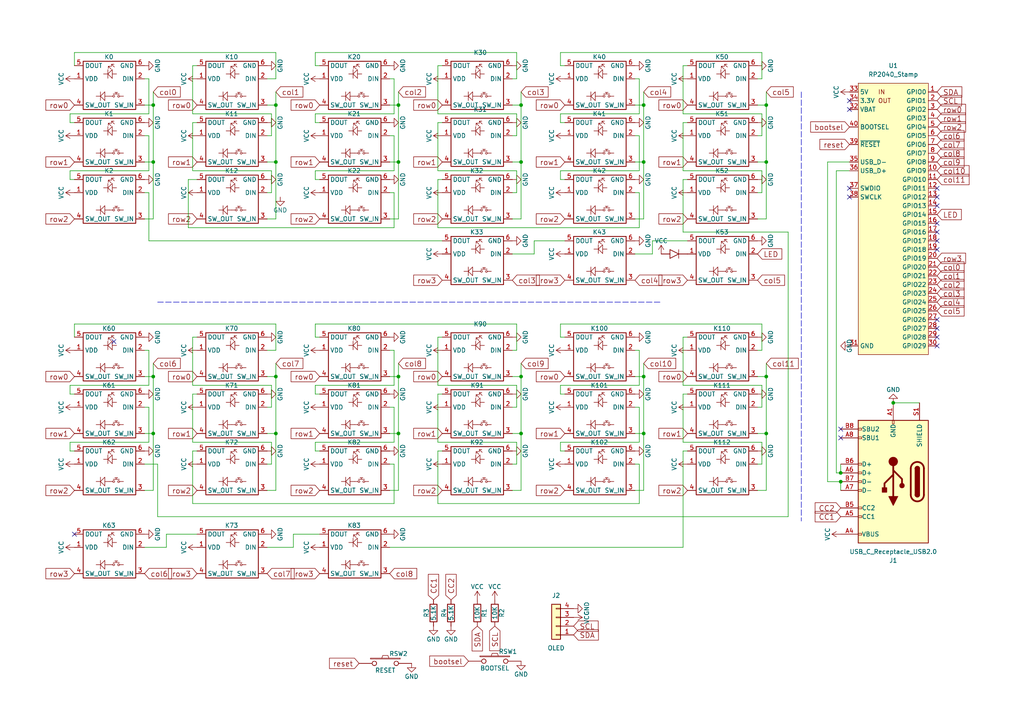
<source format=kicad_sch>
(kicad_sch (version 20211123) (generator eeschema)
  (paper "A4")
  (title_block (title "Rich Keyboard") (date "2022-09-28") (rev "2.0") (company "rvnash"))
  (junction (at 115.57 125.73))
  (junction (at 80.01 30.48))
  (junction (at 151.13 46.99))
  (junction (at 186.69 30.48))
  (junction (at 44.45 125.73))
  (junction (at 243.84 137.16))
  (junction (at 115.57 46.99))
  (junction (at 259.08 116.84))
  (junction (at 186.69 46.99))
  (junction (at 222.25 125.73))
  (junction (at 151.13 109.22))
  (junction (at 222.25 30.48))
  (junction (at 80.01 125.73))
  (junction (at 44.45 30.48))
  (junction (at 222.25 46.99))
  (junction (at 186.69 125.73))
  (junction (at 80.01 109.22))
  (junction (at 44.45 109.22))
  (junction (at 151.13 125.73))
  (junction (at 80.01 46.99))
  (junction (at 151.13 30.48))
  (junction (at 243.84 139.7))
  (junction (at 115.57 109.22))
  (junction (at 222.25 109.22))
  (junction (at 44.45 46.99))
  (junction (at 115.57 30.48))
  (junction (at 186.69 109.22))
  (no_connect (at 271.78 92.71))
  (no_connect (at 271.78 95.25))
  (no_connect (at 271.78 97.79))
  (no_connect (at 271.78 100.33))
  (no_connect (at 243.84 127))
  (no_connect (at 243.84 124.46))
  (no_connect (at 271.78 54.61))
  (no_connect (at 271.78 57.15))
  (no_connect (at 271.78 59.69))
  (no_connect (at 271.78 64.77))
  (no_connect (at 271.78 67.31))
  (no_connect (at 271.78 69.85))
  (no_connect (at 271.78 72.39))
  (no_connect (at 246.38 57.15))
  (no_connect (at 246.38 54.61))
  (no_connect (at 246.38 31.75))
  (no_connect (at 246.38 29.21))
  (no_connect (at 21.59 154.94))
  (no_connect (at 33.02 99.06))
  (wire (pts (xy 113.03 101.6) (xy 114.3 101.6)))
  (wire (pts (xy 163.83 52.07) (xy 162.56 52.07)))
  (wire (pts (xy 55.88 114.3) (xy 55.88 128.27)))
  (wire (pts (xy 163.83 130.81) (xy 162.56 130.81)))
  (wire (pts (xy 240.03 46.99) (xy 240.03 139.7)))
  (wire (pts (xy 220.98 128.27) (xy 220.98 134.62)))
  (wire (pts (xy 198.12 114.3) (xy 198.12 128.27)))
  (wire (pts (xy 20.32 33.02) (xy 43.18 33.02)))
  (wire (pts (xy 114.3 134.62) (xy 113.03 134.62)))
  (wire (pts (xy 128.27 52.07) (xy 127 52.07)))
  (wire (pts (xy 151.13 46.99) (xy 151.13 63.5)))
  (wire (pts (xy 115.57 125.73) (xy 115.57 142.24)))
  (wire (pts (xy 163.83 69.85) (xy 154.94 69.85)))
  (wire (pts (xy 128.27 130.81) (xy 127 130.81)))
  (wire (pts (xy 44.45 46.99) (xy 44.45 63.5)))
  (wire (pts (xy 127 49.53) (xy 149.86 49.53)))
  (wire (pts (xy 220.98 111.76) (xy 220.98 118.11)))
  (wire (pts (xy 163.83 114.3) (xy 162.56 114.3)))
  (wire (pts (xy 151.13 125.73) (xy 151.13 142.24)))
  (wire (pts (xy 54.61 66.04) (xy 114.3 66.04)))
  (wire (pts (xy 186.69 105.41) (xy 186.69 109.22)))
  (wire (pts (xy 78.74 49.53) (xy 78.74 55.88)))
  (wire (pts (xy 85.09 158.75) (xy 77.47 158.75)))
  (wire (pts (xy 48.26 154.94) (xy 48.26 158.75)))
  (wire (pts (xy 55.88 35.56) (xy 55.88 49.53)))
  (wire (pts (xy 21.59 15.24) (xy 80.01 15.24)))
  (wire (pts (xy 186.69 109.22) (xy 186.69 125.73)))
  (wire (pts (xy 219.71 46.99) (xy 222.25 46.99)))
  (wire (pts (xy 184.15 63.5) (xy 186.69 63.5)))
  (wire (pts (xy 113.03 142.24) (xy 115.57 142.24)))
  (wire (pts (xy 78.74 111.76) (xy 78.74 118.11)))
  (polyline (pts (xy 232.41 26.67) (xy 232.41 151.13)))
  (wire (pts (xy 41.91 63.5) (xy 44.45 63.5)))
  (wire (pts (xy 20.32 35.56) (xy 20.32 33.02)))
  (wire (pts (xy 78.74 118.11) (xy 77.47 118.11)))
  (wire (pts (xy 198.12 158.75) (xy 113.03 158.75)))
  (wire (pts (xy 44.45 30.48) (xy 44.45 46.99)))
  (wire (pts (xy 184.15 39.37) (xy 185.42 39.37)))
  (wire (pts (xy 114.3 128.27) (xy 114.3 118.11)))
  (wire (pts (xy 186.69 46.99) (xy 186.69 63.5)))
  (wire (pts (xy 240.03 139.7) (xy 243.84 139.7)))
  (wire (pts (xy 246.38 46.99) (xy 240.03 46.99)))
  (wire (pts (xy 80.01 30.48) (xy 77.47 30.48)))
  (wire (pts (xy 127 97.79) (xy 127 111.76)))
  (wire (pts (xy 48.26 158.75) (xy 41.91 158.75)))
  (wire (pts (xy 91.44 49.53) (xy 114.3 49.53)))
  (wire (pts (xy 162.56 97.79) (xy 162.56 93.98)))
  (wire (pts (xy 91.44 130.81) (xy 91.44 128.27)))
  (wire (pts (xy 162.56 15.24) (xy 220.98 15.24)))
  (wire (pts (xy 113.03 46.99) (xy 115.57 46.99)))
  (wire (pts (xy 43.18 39.37) (xy 43.18 49.53)))
  (wire (pts (xy 266.7 116.84) (xy 259.08 116.84)))
  (wire (pts (xy 43.18 111.76) (xy 43.18 101.6)))
  (wire (pts (xy 184.15 101.6) (xy 185.42 101.6)))
  (wire (pts (xy 151.13 30.48) (xy 148.59 30.48)))
  (wire (pts (xy 77.47 101.6) (xy 80.01 101.6)))
  (wire (pts (xy 44.45 105.41) (xy 44.45 109.22)))
  (wire (pts (xy 114.3 146.05) (xy 114.3 134.62)))
  (wire (pts (xy 92.71 97.79) (xy 91.44 97.79)))
  (wire (pts (xy 148.59 46.99) (xy 151.13 46.99)))
  (wire (pts (xy 115.57 30.48) (xy 115.57 46.99)))
  (polyline (pts (xy 45.72 87.63) (xy 191.77 87.63)))
  (wire (pts (xy 80.01 109.22) (xy 80.01 125.73)))
  (wire (pts (xy 57.15 35.56) (xy 55.88 35.56)))
  (wire (pts (xy 114.3 49.53) (xy 114.3 39.37)))
  (wire (pts (xy 162.56 111.76) (xy 185.42 111.76)))
  (wire (pts (xy 41.91 22.86) (xy 43.18 22.86)))
  (wire (pts (xy 220.98 49.53) (xy 220.98 55.88)))
  (wire (pts (xy 91.44 52.07) (xy 91.44 49.53)))
  (wire (pts (xy 242.57 49.53) (xy 246.38 49.53)))
  (wire (pts (xy 128.27 97.79) (xy 127 97.79)))
  (wire (pts (xy 222.25 109.22) (xy 222.25 125.73)))
  (wire (pts (xy 163.83 35.56) (xy 162.56 35.56)))
  (wire (pts (xy 57.15 154.94) (xy 48.26 154.94)))
  (wire (pts (xy 162.56 19.05) (xy 162.56 15.24)))
  (wire (pts (xy 128.27 114.3) (xy 127 114.3)))
  (wire (pts (xy 91.44 128.27) (xy 114.3 128.27)))
  (wire (pts (xy 151.13 30.48) (xy 151.13 46.99)))
  (wire (pts (xy 128.27 69.85) (xy 43.18 69.85)))
  (wire (pts (xy 199.39 97.79) (xy 198.12 97.79)))
  (wire (pts (xy 151.13 105.41) (xy 151.13 109.22)))
  (wire (pts (xy 115.57 26.67) (xy 115.57 30.48)))
  (wire (pts (xy 77.47 63.5) (xy 80.01 63.5)))
  (wire (pts (xy 185.42 146.05) (xy 185.42 134.62)))
  (wire (pts (xy 198.12 52.07) (xy 198.12 67.31)))
  (wire (pts (xy 220.98 22.86) (xy 219.71 22.86)))
  (wire (pts (xy 115.57 105.41) (xy 115.57 109.22)))
  (wire (pts (xy 20.32 128.27) (xy 43.18 128.27)))
  (wire (pts (xy 151.13 109.22) (xy 151.13 125.73)))
  (wire (pts (xy 219.71 125.73) (xy 222.25 125.73)))
  (wire (pts (xy 127 146.05) (xy 185.42 146.05)))
  (wire (pts (xy 199.39 35.56) (xy 198.12 35.56)))
  (wire (pts (xy 80.01 125.73) (xy 80.01 142.24)))
  (wire (pts (xy 199.39 52.07) (xy 198.12 52.07)))
  (wire (pts (xy 80.01 26.67) (xy 80.01 30.48)))
  (wire (pts (xy 55.88 97.79) (xy 55.88 111.76)))
  (wire (pts (xy 222.25 30.48) (xy 222.25 46.99)))
  (wire (pts (xy 55.88 111.76) (xy 78.74 111.76)))
  (wire (pts (xy 78.74 33.02) (xy 78.74 39.37)))
  (wire (pts (xy 148.59 63.5) (xy 151.13 63.5)))
  (wire (pts (xy 220.98 101.6) (xy 219.71 101.6)))
  (wire (pts (xy 20.32 52.07) (xy 20.32 49.53)))
  (wire (pts (xy 113.03 22.86) (xy 114.3 22.86)))
  (wire (pts (xy 148.59 118.11) (xy 149.86 118.11)))
  (wire (pts (xy 127 111.76) (xy 149.86 111.76)))
  (wire (pts (xy 77.47 142.24) (xy 80.01 142.24)))
  (wire (pts (xy 80.01 15.24) (xy 80.01 22.86)))
  (wire (pts (xy 185.42 66.04) (xy 185.42 55.88)))
  (wire (pts (xy 78.74 55.88) (xy 77.47 55.88)))
  (wire (pts (xy 55.88 33.02) (xy 78.74 33.02)))
  (wire (pts (xy 41.91 134.62) (xy 45.72 134.62)))
  (wire (pts (xy 199.39 19.05) (xy 198.12 19.05)))
  (wire (pts (xy 199.39 114.3) (xy 198.12 114.3)))
  (wire (pts (xy 184.15 142.24) (xy 186.69 142.24)))
  (wire (pts (xy 91.44 111.76) (xy 114.3 111.76)))
  (wire (pts (xy 20.32 130.81) (xy 20.32 128.27)))
  (wire (pts (xy 162.56 114.3) (xy 162.56 111.76)))
  (wire (pts (xy 148.59 39.37) (xy 149.86 39.37)))
  (wire (pts (xy 78.74 128.27) (xy 78.74 134.62)))
  (wire (pts (xy 162.56 130.81) (xy 162.56 128.27)))
  (wire (pts (xy 92.71 35.56) (xy 91.44 35.56)))
  (wire (pts (xy 91.44 93.98) (xy 149.86 93.98)))
  (wire (pts (xy 80.01 105.41) (xy 80.01 109.22)))
  (wire (pts (xy 114.3 39.37) (xy 113.03 39.37)))
  (wire (pts (xy 80.01 46.99) (xy 80.01 63.5)))
  (wire (pts (xy 55.88 19.05) (xy 55.88 33.02)))
  (wire (pts (xy 115.57 30.48) (xy 113.03 30.48)))
  (wire (pts (xy 186.69 30.48) (xy 184.15 30.48)))
  (wire (pts (xy 198.12 35.56) (xy 198.12 49.53)))
  (wire (pts (xy 115.57 109.22) (xy 115.57 125.73)))
  (wire (pts (xy 148.59 125.73) (xy 151.13 125.73)))
  (wire (pts (xy 198.12 67.31) (xy 228.6 67.31)))
  (wire (pts (xy 185.42 55.88) (xy 184.15 55.88)))
  (wire (pts (xy 149.86 49.53) (xy 149.86 55.88)))
  (wire (pts (xy 222.25 46.99) (xy 222.25 63.5)))
  (wire (pts (xy 44.45 125.73) (xy 44.45 142.24)))
  (wire (pts (xy 41.91 125.73) (xy 44.45 125.73)))
  (wire (pts (xy 41.91 142.24) (xy 44.45 142.24)))
  (wire (pts (xy 148.59 22.86) (xy 149.86 22.86)))
  (wire (pts (xy 149.86 15.24) (xy 149.86 22.86)))
  (wire (pts (xy 198.12 19.05) (xy 198.12 33.02)))
  (wire (pts (xy 128.27 35.56) (xy 127 35.56)))
  (wire (pts (xy 21.59 130.81) (xy 20.32 130.81)))
  (wire (pts (xy 114.3 66.04) (xy 114.3 55.88)))
  (wire (pts (xy 198.12 130.81) (xy 198.12 158.75)))
  (wire (pts (xy 92.71 52.07) (xy 91.44 52.07)))
  (wire (pts (xy 198.12 111.76) (xy 220.98 111.76)))
  (wire (pts (xy 184.15 125.73) (xy 186.69 125.73)))
  (wire (pts (xy 44.45 109.22) (xy 41.91 109.22)))
  (wire (pts (xy 198.12 128.27) (xy 220.98 128.27)))
  (wire (pts (xy 149.86 111.76) (xy 149.86 118.11)))
  (wire (pts (xy 185.42 33.02) (xy 185.42 22.86)))
  (wire (pts (xy 162.56 128.27) (xy 185.42 128.27)))
  (wire (pts (xy 57.15 97.79) (xy 55.88 97.79)))
  (wire (pts (xy 184.15 134.62) (xy 185.42 134.62)))
  (wire (pts (xy 55.88 128.27) (xy 78.74 128.27)))
  (wire (pts (xy 80.01 93.98) (xy 80.01 101.6)))
  (wire (pts (xy 115.57 46.99) (xy 115.57 63.5)))
  (wire (pts (xy 128.27 19.05) (xy 127 19.05)))
  (wire (pts (xy 186.69 30.48) (xy 186.69 46.99)))
  (wire (pts (xy 149.86 93.98) (xy 149.86 101.6)))
  (wire (pts (xy 162.56 49.53) (xy 185.42 49.53)))
  (wire (pts (xy 43.18 55.88) (xy 43.18 69.85)))
  (wire (pts (xy 113.03 125.73) (xy 115.57 125.73)))
  (wire (pts (xy 222.25 125.73) (xy 222.25 142.24)))
  (wire (pts (xy 228.6 149.86) (xy 45.72 149.86)))
  (wire (pts (xy 21.59 52.07) (xy 20.32 52.07)))
  (wire (pts (xy 219.71 142.24) (xy 222.25 142.24)))
  (wire (pts (xy 21.59 114.3) (xy 20.32 114.3)))
  (wire (pts (xy 78.74 134.62) (xy 77.47 134.62)))
  (wire (pts (xy 55.88 130.81) (xy 55.88 146.05)))
  (wire (pts (xy 162.56 33.02) (xy 185.42 33.02)))
  (wire (pts (xy 162.56 35.56) (xy 162.56 33.02)))
  (wire (pts (xy 91.44 15.24) (xy 149.86 15.24)))
  (wire (pts (xy 219.71 134.62) (xy 220.98 134.62)))
  (wire (pts (xy 222.25 26.67) (xy 222.25 30.48)))
  (wire (pts (xy 57.15 52.07) (xy 54.61 52.07)))
  (wire (pts (xy 151.13 109.22) (xy 148.59 109.22)))
  (wire (pts (xy 148.59 142.24) (xy 151.13 142.24)))
  (wire (pts (xy 21.59 93.98) (xy 80.01 93.98)))
  (wire (pts (xy 163.83 97.79) (xy 162.56 97.79)))
  (wire (pts (xy 184.15 46.99) (xy 186.69 46.99)))
  (wire (pts (xy 57.15 19.05) (xy 55.88 19.05)))
  (wire (pts (xy 85.09 154.94) (xy 85.09 158.75)))
  (wire (pts (xy 44.45 30.48) (xy 41.91 30.48)))
  (wire (pts (xy 113.03 55.88) (xy 114.3 55.88)))
  (wire (pts (xy 220.98 93.98) (xy 220.98 101.6)))
  (wire (pts (xy 45.72 149.86) (xy 45.72 134.62)))
  (wire (pts (xy 92.71 114.3) (xy 91.44 114.3)))
  (wire (pts (xy 162.56 93.98) (xy 220.98 93.98)))
  (wire (pts (xy 44.45 109.22) (xy 44.45 125.73)))
  (wire (pts (xy 21.59 97.79) (xy 21.59 93.98)))
  (wire (pts (xy 219.71 118.11) (xy 220.98 118.11)))
  (wire (pts (xy 20.32 114.3) (xy 20.32 111.76)))
  (wire (pts (xy 186.69 26.67) (xy 186.69 30.48)))
  (wire (pts (xy 92.71 154.94) (xy 85.09 154.94)))
  (wire (pts (xy 115.57 109.22) (xy 113.03 109.22)))
  (wire (pts (xy 186.69 109.22) (xy 184.15 109.22)))
  (wire (pts (xy 77.47 46.99) (xy 80.01 46.99)))
  (wire (pts (xy 127 35.56) (xy 127 49.53)))
  (wire (pts (xy 91.44 33.02) (xy 114.3 33.02)))
  (wire (pts (xy 91.44 19.05) (xy 91.44 15.24)))
  (wire (pts (xy 78.74 39.37) (xy 77.47 39.37)))
  (wire (pts (xy 43.18 118.11) (xy 43.18 128.27)))
  (wire (pts (xy 20.32 111.76) (xy 43.18 111.76)))
  (wire (pts (xy 163.83 19.05) (xy 162.56 19.05)))
  (wire (pts (xy 127 128.27) (xy 149.86 128.27)))
  (wire (pts (xy 149.86 33.02) (xy 149.86 39.37)))
  (wire (pts (xy 185.42 49.53) (xy 185.42 39.37)))
  (wire (pts (xy 154.94 73.66) (xy 148.59 73.66)))
  (wire (pts (xy 41.91 101.6) (xy 43.18 101.6)))
  (wire (pts (xy 127 52.07) (xy 127 66.04)))
  (wire (pts (xy 219.71 63.5) (xy 222.25 63.5)))
  (wire (pts (xy 154.94 69.85) (xy 154.94 73.66)))
  (wire (pts (xy 127 114.3) (xy 127 128.27)))
  (wire (pts (xy 127 19.05) (xy 127 33.02)))
  (wire (pts (xy 21.59 19.05) (xy 21.59 15.24)))
  (wire (pts (xy 92.71 19.05) (xy 91.44 19.05)))
  (wire (pts (xy 127 130.81) (xy 127 146.05)))
  (wire (pts (xy 189.23 73.66) (xy 184.15 73.66)))
  (wire (pts (xy 228.6 67.31) (xy 228.6 149.86)))
  (wire (pts (xy 220.98 33.02) (xy 220.98 39.37)))
  (wire (pts (xy 43.18 55.88) (xy 41.91 55.88)))
  (wire (pts (xy 243.84 142.24) (xy 243.84 139.7)))
  (wire (pts (xy 91.44 97.79) (xy 91.44 93.98)))
  (wire (pts (xy 222.25 105.41) (xy 222.25 109.22)))
  (wire (pts (xy 219.71 39.37) (xy 220.98 39.37)))
  (wire (pts (xy 219.71 55.88) (xy 220.98 55.88)))
  (wire (pts (xy 222.25 30.48) (xy 219.71 30.48)))
  (wire (pts (xy 114.3 22.86) (xy 114.3 33.02)))
  (wire (pts (xy 55.88 146.05) (xy 114.3 146.05)))
  (wire (pts (xy 92.71 130.81) (xy 91.44 130.81)))
  (wire (pts (xy 54.61 52.07) (xy 54.61 66.04)))
  (wire (pts (xy 189.23 69.85) (xy 189.23 73.66)))
  (wire (pts (xy 114.3 118.11) (xy 113.03 118.11)))
  (wire (pts (xy 185.42 128.27) (xy 185.42 118.11)))
  (wire (pts (xy 41.91 118.11) (xy 43.18 118.11)))
  (wire (pts (xy 43.18 33.02) (xy 43.18 22.86)))
  (wire (pts (xy 162.56 52.07) (xy 162.56 49.53)))
  (wire (pts (xy 243.84 137.16) (xy 243.84 134.62)))
  (wire (pts (xy 20.32 49.53) (xy 43.18 49.53)))
  (wire (pts (xy 57.15 114.3) (xy 55.88 114.3)))
  (wire (pts (xy 198.12 33.02) (xy 220.98 33.02)))
  (wire (pts (xy 21.59 35.56) (xy 20.32 35.56)))
  (wire (pts (xy 220.98 15.24) (xy 220.98 22.86)))
  (wire (pts (xy 222.25 109.22) (xy 219.71 109.22)))
  (wire (pts (xy 149.86 128.27) (xy 149.86 134.62)))
  (wire (pts (xy 199.39 130.81) (xy 198.12 130.81)))
  (wire (pts (xy 91.44 114.3) (xy 91.44 111.76)))
  (wire (pts (xy 148.59 134.62) (xy 149.86 134.62)))
  (wire (pts (xy 184.15 22.86) (xy 185.42 22.86)))
  (wire (pts (xy 77.47 22.86) (xy 80.01 22.86)))
  (wire (pts (xy 148.59 101.6) (xy 149.86 101.6)))
  (wire (pts (xy 57.15 130.81) (xy 55.88 130.81)))
  (wire (pts (xy 184.15 118.11) (xy 185.42 118.11)))
  (wire (pts (xy 185.42 111.76) (xy 185.42 101.6)))
  (wire (pts (xy 198.12 97.79) (xy 198.12 111.76)))
  (wire (pts (xy 127 33.02) (xy 149.86 33.02)))
  (wire (pts (xy 243.84 137.16) (xy 242.57 137.16)))
  (wire (pts (xy 80.01 109.22) (xy 77.47 109.22)))
  (wire (pts (xy 114.3 101.6) (xy 114.3 111.76)))
  (wire (pts (xy 199.39 69.85) (xy 189.23 69.85)))
  (wire (pts (xy 41.91 46.99) (xy 44.45 46.99)))
  (wire (pts (xy 113.03 63.5) (xy 115.57 63.5)))
  (wire (pts (xy 151.13 26.67) (xy 151.13 30.48)))
  (wire (pts (xy 55.88 49.53) (xy 78.74 49.53)))
  (wire (pts (xy 41.91 39.37) (xy 43.18 39.37)))
  (wire (pts (xy 80.01 30.48) (xy 80.01 46.99)))
  (wire (pts (xy 44.45 26.67) (xy 44.45 30.48)))
  (wire (pts (xy 198.12 49.53) (xy 220.98 49.53)))
  (wire (pts (xy 186.69 125.73) (xy 186.69 142.24)))
  (wire (pts (xy 148.59 55.88) (xy 149.86 55.88)))
  (wire (pts (xy 127 66.04) (xy 185.42 66.04)))
  (wire (pts (xy 77.47 125.73) (xy 80.01 125.73)))
  (wire (pts (xy 91.44 35.56) (xy 91.44 33.02)))
  (wire (pts (xy 242.57 137.16) (xy 242.57 49.53)))
  (global_label "col8" (shape input) (at 271.78 44.45 0) (effects (font (size 1.524 1.524))) (property "Intersheet References" "${INTERSHEET_REFS}" (effects hide)))
  (global_label "SDA" (shape input) (at 138.43 181.61 270) (effects (font (size 1.524 1.524))) (property "Intersheet References" "${INTERSHEET_REFS}" (effects hide)))
  (global_label "row0" (shape input) (at 271.78 31.75 0) (effects (font (size 1.524 1.524))) (property "Intersheet References" "${INTERSHEET_REFS}" (effects hide)))
  (global_label "col10" (shape input) (at 271.78 49.53 0) (effects (font (size 1.524 1.524))) (property "Intersheet References" "${INTERSHEET_REFS}" (effects hide)))
  (global_label "CC2" (shape input) (at 243.84 147.32 180) (effects (font (size 1.524 1.524))) (property "Intersheet References" "${INTERSHEET_REFS}" (effects hide)))
  (global_label "row3" (shape input) (at 92.71 166.37 180) (effects (font (size 1.524 1.524))) (property "Intersheet References" "${INTERSHEET_REFS}" (effects hide)))
  (global_label "row2" (shape input) (at 163.83 142.24 180) (effects (font (size 1.524 1.524))) (property "Intersheet References" "${INTERSHEET_REFS}" (effects hide)))
  (global_label "col1" (shape input) (at 80.01 26.67 0) (effects (font (size 1.524 1.524))) (property "Intersheet References" "${INTERSHEET_REFS}" (effects hide)))
  (global_label "row1" (shape input) (at 92.71 46.99 180) (effects (font (size 1.524 1.524))) (property "Intersheet References" "${INTERSHEET_REFS}" (effects hide)))
  (global_label "col7" (shape input) (at 80.01 105.41 0) (effects (font (size 1.524 1.524))) (property "Intersheet References" "${INTERSHEET_REFS}" (effects hide)))
  (global_label "row3" (shape input) (at 163.83 81.28 180) (effects (font (size 1.524 1.524))) (property "Intersheet References" "${INTERSHEET_REFS}" (effects hide)))
  (global_label "bootsel" (shape input) (at 135.89 191.77 180) (effects (font (size 1.524 1.524))) (property "Intersheet References" "${INTERSHEET_REFS}" (effects hide)))
  (global_label "col6" (shape input) (at 41.91 166.37 0) (effects (font (size 1.524 1.524))) (property "Intersheet References" "${INTERSHEET_REFS}" (effects hide)))
  (global_label "row3" (shape input) (at 57.15 166.37 180) (effects (font (size 1.524 1.524))) (property "Intersheet References" "${INTERSHEET_REFS}" (effects hide)))
  (global_label "row1" (shape input) (at 57.15 125.73 180) (effects (font (size 1.524 1.524))) (property "Intersheet References" "${INTERSHEET_REFS}" (effects hide)))
  (global_label "col3" (shape input) (at 271.78 85.09 0) (effects (font (size 1.524 1.524))) (property "Intersheet References" "${INTERSHEET_REFS}" (effects hide)))
  (global_label "row2" (shape input) (at 57.15 142.24 180) (effects (font (size 1.524 1.524))) (property "Intersheet References" "${INTERSHEET_REFS}" (effects hide)))
  (global_label "row1" (shape input) (at 57.15 46.99 180) (effects (font (size 1.524 1.524))) (property "Intersheet References" "${INTERSHEET_REFS}" (effects hide)))
  (global_label "row0" (shape input) (at 163.83 30.48 180) (effects (font (size 1.524 1.524))) (property "Intersheet References" "${INTERSHEET_REFS}" (effects hide)))
  (global_label "col7" (shape input) (at 77.47 166.37 0) (effects (font (size 1.524 1.524))) (property "Intersheet References" "${INTERSHEET_REFS}" (effects hide)))
  (global_label "row0" (shape input) (at 163.83 109.22 180) (effects (font (size 1.524 1.524))) (property "Intersheet References" "${INTERSHEET_REFS}" (effects hide)))
  (global_label "col7" (shape input) (at 271.78 41.91 0) (effects (font (size 1.524 1.524))) (property "Intersheet References" "${INTERSHEET_REFS}" (effects hide)))
  (global_label "row0" (shape input) (at 21.59 109.22 180) (effects (font (size 1.524 1.524))) (property "Intersheet References" "${INTERSHEET_REFS}" (effects hide)))
  (global_label "col2" (shape input) (at 115.57 26.67 0) (effects (font (size 1.524 1.524))) (property "Intersheet References" "${INTERSHEET_REFS}" (effects hide)))
  (global_label "col8" (shape input) (at 115.57 105.41 0) (effects (font (size 1.524 1.524))) (property "Intersheet References" "${INTERSHEET_REFS}" (effects hide)))
  (global_label "col4" (shape input) (at 186.69 26.67 0) (effects (font (size 1.524 1.524))) (property "Intersheet References" "${INTERSHEET_REFS}" (effects hide)))
  (global_label "row2" (shape input) (at 21.59 63.5 180) (effects (font (size 1.524 1.524))) (property "Intersheet References" "${INTERSHEET_REFS}" (effects hide)))
  (global_label "row0" (shape input) (at 57.15 109.22 180) (effects (font (size 1.524 1.524))) (property "Intersheet References" "${INTERSHEET_REFS}" (effects hide)))
  (global_label "row1" (shape input) (at 163.83 46.99 180) (effects (font (size 1.524 1.524))) (property "Intersheet References" "${INTERSHEET_REFS}" (effects hide)))
  (global_label "col11" (shape input) (at 271.78 52.07 0) (effects (font (size 1.524 1.524))) (property "Intersheet References" "${INTERSHEET_REFS}" (effects hide)))
  (global_label "col11" (shape input) (at 222.25 105.41 0) (effects (font (size 1.524 1.524))) (property "Intersheet References" "${INTERSHEET_REFS}" (effects hide)))
  (global_label "row3" (shape input) (at 21.59 166.37 180) (effects (font (size 1.524 1.524))) (property "Intersheet References" "${INTERSHEET_REFS}" (effects hide)))
  (global_label "row1" (shape input) (at 21.59 46.99 180) (effects (font (size 1.524 1.524))) (property "Intersheet References" "${INTERSHEET_REFS}" (effects hide)))
  (global_label "col3" (shape input) (at 148.59 81.28 0) (effects (font (size 1.524 1.524))) (property "Intersheet References" "${INTERSHEET_REFS}" (effects hide)))
  (global_label "row0" (shape input) (at 199.39 109.22 180) (effects (font (size 1.524 1.524))) (property "Intersheet References" "${INTERSHEET_REFS}" (effects hide)))
  (global_label "CC2" (shape input) (at 130.81 173.99 90) (effects (font (size 1.524 1.524))) (property "Intersheet References" "${INTERSHEET_REFS}" (effects hide)))
  (global_label "col1" (shape input) (at 271.78 80.01 0) (effects (font (size 1.524 1.524))) (property "Intersheet References" "${INTERSHEET_REFS}" (effects hide)))
  (global_label "CC1" (shape input) (at 243.84 149.86 180) (effects (font (size 1.524 1.524))) (property "Intersheet References" "${INTERSHEET_REFS}" (effects hide)))
  (global_label "row2" (shape input) (at 57.15 63.5 180) (effects (font (size 1.524 1.524))) (property "Intersheet References" "${INTERSHEET_REFS}" (effects hide)))
  (global_label "col0" (shape input) (at 271.78 77.47 0) (effects (font (size 1.524 1.524))) (property "Intersheet References" "${INTERSHEET_REFS}" (effects hide)))
  (global_label "row0" (shape input) (at 21.59 30.48 180) (effects (font (size 1.524 1.524))) (property "Intersheet References" "${INTERSHEET_REFS}" (effects hide)))
  (global_label "row1" (shape input) (at 199.39 125.73 180) (effects (font (size 1.524 1.524))) (property "Intersheet References" "${INTERSHEET_REFS}" (effects hide)))
  (global_label "row3" (shape input) (at 128.27 81.28 180) (effects (font (size 1.524 1.524))) (property "Intersheet References" "${INTERSHEET_REFS}" (effects hide)))
  (global_label "row1" (shape input) (at 128.27 46.99 180) (effects (font (size 1.524 1.524))) (property "Intersheet References" "${INTERSHEET_REFS}" (effects hide)))
  (global_label "col9" (shape input) (at 271.78 46.99 0) (effects (font (size 1.524 1.524))) (property "Intersheet References" "${INTERSHEET_REFS}" (effects hide)))
  (global_label "LED" (shape input) (at 271.78 62.23 0) (effects (font (size 1.524 1.524))) (property "Intersheet References" "${INTERSHEET_REFS}" (effects hide)))
  (global_label "col10" (shape input) (at 186.69 105.41 0) (effects (font (size 1.524 1.524))) (property "Intersheet References" "${INTERSHEET_REFS}" (effects hide)))
  (global_label "row0" (shape input) (at 128.27 30.48 180) (effects (font (size 1.524 1.524))) (property "Intersheet References" "${INTERSHEET_REFS}" (effects hide)))
  (global_label "SDA" (shape input) (at 271.78 26.67 0) (effects (font (size 1.524 1.524))) (property "Intersheet References" "${INTERSHEET_REFS}" (effects hide)))
  (global_label "CC1" (shape input) (at 125.73 173.99 90) (effects (font (size 1.524 1.524))) (property "Intersheet References" "${INTERSHEET_REFS}" (effects hide)))
  (global_label "bootsel" (shape input) (at 246.38 36.83 180) (effects (font (size 1.524 1.524))) (property "Intersheet References" "${INTERSHEET_REFS}" (effects hide)))
  (global_label "SCL" (shape input) (at 143.51 181.61 270) (effects (font (size 1.524 1.524))) (property "Intersheet References" "${INTERSHEET_REFS}" (effects hide)))
  (global_label "col5" (shape input) (at 271.78 90.17 0) (effects (font (size 1.524 1.524))) (property "Intersheet References" "${INTERSHEET_REFS}" (effects hide)))
  (global_label "row2" (shape input) (at 92.71 142.24 180) (effects (font (size 1.524 1.524))) (property "Intersheet References" "${INTERSHEET_REFS}" (effects hide)))
  (global_label "col0" (shape input) (at 44.45 26.67 0) (effects (font (size 1.524 1.524))) (property "Intersheet References" "${INTERSHEET_REFS}" (effects hide)))
  (global_label "row0" (shape input) (at 199.39 30.48 180) (effects (font (size 1.524 1.524))) (property "Intersheet References" "${INTERSHEET_REFS}" (effects hide)))
  (global_label "SDA" (shape input) (at 166.37 184.15 0) (effects (font (size 1.524 1.524))) (property "Intersheet References" "${INTERSHEET_REFS}" (effects hide)))
  (global_label "row2" (shape input) (at 271.78 36.83 0) (effects (font (size 1.524 1.524))) (property "Intersheet References" "${INTERSHEET_REFS}" (effects hide)))
  (global_label "row3" (shape input) (at 271.78 74.93 0) (effects (font (size 1.524 1.524))) (property "Intersheet References" "${INTERSHEET_REFS}" (effects hide)))
  (global_label "row2" (shape input) (at 92.71 63.5 180) (effects (font (size 1.524 1.524))) (property "Intersheet References" "${INTERSHEET_REFS}" (effects hide)))
  (global_label "row2" (shape input) (at 128.27 63.5 180) (effects (font (size 1.524 1.524))) (property "Intersheet References" "${INTERSHEET_REFS}" (effects hide)))
  (global_label "row2" (shape input) (at 199.39 63.5 180) (effects (font (size 1.524 1.524))) (property "Intersheet References" "${INTERSHEET_REFS}" (effects hide)))
  (global_label "SCL" (shape input) (at 271.78 29.21 0) (effects (font (size 1.524 1.524))) (property "Intersheet References" "${INTERSHEET_REFS}" (effects hide)))
  (global_label "row1" (shape input) (at 21.59 125.73 180) (effects (font (size 1.524 1.524))) (property "Intersheet References" "${INTERSHEET_REFS}" (effects hide)))
  (global_label "col3" (shape input) (at 151.13 26.67 0) (effects (font (size 1.524 1.524))) (property "Intersheet References" "${INTERSHEET_REFS}" (effects hide)))
  (global_label "row1" (shape input) (at 271.78 34.29 0) (effects (font (size 1.524 1.524))) (property "Intersheet References" "${INTERSHEET_REFS}" (effects hide)))
  (global_label "row2" (shape input) (at 163.83 63.5 180) (effects (font (size 1.524 1.524))) (property "Intersheet References" "${INTERSHEET_REFS}" (effects hide)))
  (global_label "LED" (shape input) (at 219.71 73.66 0) (effects (font (size 1.524 1.524))) (property "Intersheet References" "${INTERSHEET_REFS}" (effects hide)))
  (global_label "row0" (shape input) (at 92.71 30.48 180) (effects (font (size 1.524 1.524))) (property "Intersheet References" "${INTERSHEET_REFS}" (effects hide)))
  (global_label "row2" (shape input) (at 199.39 142.24 180) (effects (font (size 1.524 1.524))) (property "Intersheet References" "${INTERSHEET_REFS}" (effects hide)))
  (global_label "col4" (shape input) (at 271.78 87.63 0) (effects (font (size 1.524 1.524))) (property "Intersheet References" "${INTERSHEET_REFS}" (effects hide)))
  (global_label "row1" (shape input) (at 92.71 125.73 180) (effects (font (size 1.524 1.524))) (property "Intersheet References" "${INTERSHEET_REFS}" (effects hide)))
  (global_label "col8" (shape input) (at 113.03 166.37 0) (effects (font (size 1.524 1.524))) (property "Intersheet References" "${INTERSHEET_REFS}" (effects hide)))
  (global_label "col5" (shape input) (at 219.71 81.28 0) (effects (font (size 1.524 1.524))) (property "Intersheet References" "${INTERSHEET_REFS}" (effects hide)))
  (global_label "col9" (shape input) (at 151.13 105.41 0) (effects (font (size 1.524 1.524))) (property "Intersheet References" "${INTERSHEET_REFS}" (effects hide)))
  (global_label "reset" (shape input) (at 104.14 192.405 180) (effects (font (size 1.524 1.524))) (property "Intersheet References" "${INTERSHEET_REFS}" (effects hide)))
  (global_label "row0" (shape input) (at 128.27 109.22 180) (effects (font (size 1.524 1.524))) (property "Intersheet References" "${INTERSHEET_REFS}" (effects hide)))
  (global_label "row3" (shape input) (at 199.39 81.28 180) (effects (font (size 1.524 1.524))) (property "Intersheet References" "${INTERSHEET_REFS}" (effects hide)))
  (global_label "row2" (shape input) (at 21.59 142.24 180) (effects (font (size 1.524 1.524))) (property "Intersheet References" "${INTERSHEET_REFS}" (effects hide)))
  (global_label "reset" (shape input) (at 246.38 41.91 180) (effects (font (size 1.524 1.524))) (property "Intersheet References" "${INTERSHEET_REFS}" (effects hide)))
  (global_label "row0" (shape input) (at 57.15 30.48 180) (effects (font (size 1.524 1.524))) (property "Intersheet References" "${INTERSHEET_REFS}" (effects hide)))
  (global_label "SCL" (shape input) (at 166.37 181.61 0) (effects (font (size 1.524 1.524))) (property "Intersheet References" "${INTERSHEET_REFS}" (effects hide)))
  (global_label "row2" (shape input) (at 128.27 142.24 180) (effects (font (size 1.524 1.524))) (property "Intersheet References" "${INTERSHEET_REFS}" (effects hide)))
  (global_label "col5" (shape input) (at 222.25 26.67 0) (effects (font (size 1.524 1.524))) (property "Intersheet References" "${INTERSHEET_REFS}" (effects hide)))
  (global_label "col6" (shape input) (at 271.78 39.37 0) (effects (font (size 1.524 1.524))) (property "Intersheet References" "${INTERSHEET_REFS}" (effects hide)))
  (global_label "row1" (shape input) (at 163.83 125.73 180) (effects (font (size 1.524 1.524))) (property "Intersheet References" "${INTERSHEET_REFS}" (effects hide)))
  (global_label "col4" (shape input) (at 184.15 81.28 0) (effects (font (size 1.524 1.524))) (property "Intersheet References" "${INTERSHEET_REFS}" (effects hide)))
  (global_label "col2" (shape input) (at 271.78 82.55 0) (effects (font (size 1.524 1.524))) (property "Intersheet References" "${INTERSHEET_REFS}" (effects hide)))
  (global_label "col6" (shape input) (at 44.45 105.41 0) (effects (font (size 1.524 1.524))) (property "Intersheet References" "${INTERSHEET_REFS}" (effects hide)))
  (global_label "row0" (shape input) (at 92.71 109.22 180) (effects (font (size 1.524 1.524))) (property "Intersheet References" "${INTERSHEET_REFS}" (effects hide)))
  (global_label "row1" (shape input) (at 199.39 46.99 180) (effects (font (size 1.524 1.524))) (property "Intersheet References" "${INTERSHEET_REFS}" (effects hide)))
  (global_label "row1" (shape input) (at 128.27 125.73 180) (effects (font (size 1.524 1.524))) (property "Intersheet References" "${INTERSHEET_REFS}" (effects hide)))
  (symbol (lib_id "corne-chocolate-rescue:SW_PUSH-kbd") (at 143.51 191.77 0) (unit 1)
    (property "Reference" "RSW1" (at 147.32 188.976 0))
    (property "Value" "BOOTSEL" (at 143.51 193.802 0))
    (property "Footprint" "kbd:ResetSW" (effects hide))
  )
  (symbol (lib_id "power:GND") (at 151.13 191.77 0) (unit 1)
    (property "Reference" "#PWR07" (effects hide))
    (property "Value" "GND" (at 151.13 195.58 0))
  )
  (symbol (lib_id "Connector_Generic:Conn_01x04") (at 161.29 181.61 180) (unit 1)
    (property "Reference" "J2" (at 161.29 172.72 0))
    (property "Value" "OLED" (at 161.29 187.96 0))
    (property "Footprint" "kbd:OLED" (effects hide))
  )
  (symbol (lib_id "power:GND") (at 166.37 176.53 90) (unit 1)
    (property "Reference" "#PWR010" (effects hide))
    (property "Value" "GND" (at 170.18 176.53 0))
  )
  (symbol (lib_id "power:VCC") (at 166.37 179.07 270) (unit 1)
    (property "Reference" "#PWR012" (effects hide))
    (property "Value" "VCC" (at 170.18 179.07 0))
  )
  (symbol (lib_id "Device:R") (at 138.43 177.8 0) (unit 1)
    (property "Reference" "R1" (at 140.462 177.8 90))
    (property "Value" "10K" (at 138.43 177.8 90))
    (property "Footprint" "Resistor_SMD:R_0805_2012Metric" (effects hide))
  )
  (symbol (lib_id "Device:R") (at 143.51 177.8 0) (unit 1)
    (property "Reference" "R2" (at 145.542 177.8 90))
    (property "Value" "10K" (at 143.51 177.8 90))
    (property "Footprint" "Resistor_SMD:R_0805_2012Metric" (effects hide))
  )
  (symbol (lib_id "power:VCC") (at 138.43 173.99 0) (unit 1)
    (property "Reference" "#PWR021" (effects hide))
    (property "Value" "VCC" (at 138.43 170.18 0))
  )
  (symbol (lib_id "power:VCC") (at 143.51 173.99 0) (unit 1)
    (property "Reference" "#PWR022" (effects hide))
    (property "Value" "VCC" (at 143.51 170.18 0))
  )
  (symbol (lib_id "power:VCC") (at 199.39 134.62 90) (unit 1)
    (property "Reference" "#PWR0110" (effects hide))
    (property "Value" "VCC" (at 195.58 134.62 0))
  )
  (symbol (lib_name "key-diode-led_26") (lib_id "nashlib:key-diode-led") (at 26.67 60.96 0) (unit 1)
    (property "Reference" "K2" (at 31.6072 49.53 0))
    (property "Value" "key-diode-led" (effects hide))
    (property "Footprint" "nashlib:key_diode_led" (effects hide))
  )
  (symbol (lib_id "power:VCC") (at 163.83 55.88 90) (unit 1)
    (property "Reference" "#PWR0177" (effects hide))
    (property "Value" "VCC" (at 160.02 55.88 0))
  )
  (symbol (lib_id "nashlib:key-diode-led") (at 168.91 106.68 0) (unit 1)
    (property "Reference" "K100" (at 173.8472 95.25 0))
    (property "Value" "key-diode-led" (effects hide))
    (property "Footprint" "nashlib:key_diode_led" (effects hide))
  )
  (symbol (lib_name "key-diode-led_11") (lib_id "nashlib:key-diode-led") (at 168.91 78.74 0) (unit 1)
    (property "Reference" "K43" (at 173.8472 67.31 0))
    (property "Value" "key-diode-led" (effects hide))
    (property "Footprint" "nashlib:key_diode_led" (effects hide))
  )
  (symbol (lib_id "power:VCC") (at 92.71 55.88 90) (unit 1)
    (property "Reference" "#PWR0152" (effects hide))
    (property "Value" "VCC" (at 88.9 55.88 0))
  )
  (symbol (lib_id "power:VCC") (at 57.15 118.11 90) (unit 1)
    (property "Reference" "#PWR0174" (effects hide))
    (property "Value" "VCC" (at 53.34 118.11 0))
  )
  (symbol (lib_name "key-diode-led_19") (lib_id "nashlib:key-diode-led") (at 97.79 44.45 0) (unit 1)
    (property "Reference" "K21" (at 102.7272 33.02 0))
    (property "Value" "key-diode-led" (effects hide))
    (property "Footprint" "nashlib:key_diode_led" (effects hide))
  )
  (symbol (lib_id "nashlib:key-diode-led") (at 204.47 27.94 0) (unit 1)
    (property "Reference" "K50" (at 209.4072 16.51 0))
    (property "Value" "key-diode-led" (effects hide))
    (property "Footprint" "nashlib:key_diode_led" (effects hide))
  )
  (symbol (lib_id "power:GND") (at 184.15 19.05 90) (unit 1)
    (property "Reference" "#PWR0129" (effects hide))
    (property "Value" "GND" (at 187.96 19.05 0))
  )
  (symbol (lib_id "power:GND") (at 219.71 19.05 90) (unit 1)
    (property "Reference" "#PWR0132" (effects hide))
    (property "Value" "GND" (at 223.52 19.05 0))
  )
  (symbol (lib_id "power:VCC") (at 128.27 118.11 90) (unit 1)
    (property "Reference" "#PWR0166" (effects hide))
    (property "Value" "VCC" (at 124.46 118.11 0))
  )
  (symbol (lib_id "power:VCC") (at 57.15 101.6 90) (unit 1)
    (property "Reference" "#PWR0171" (effects hide))
    (property "Value" "VCC" (at 53.34 101.6 0))
  )
  (symbol (lib_id "power:VCC") (at 92.71 39.37 90) (unit 1)
    (property "Reference" "#PWR0134" (effects hide))
    (property "Value" "VCC" (at 88.9 39.37 0))
  )
  (symbol (lib_id "power:GND") (at 41.91 154.94 90) (unit 1)
    (property "Reference" "#PWR0156" (effects hide))
    (property "Value" "GND" (at 45.72 154.94 0))
  )
  (symbol (lib_name "key-diode-led_3") (lib_id "nashlib:key-diode-led") (at 133.35 78.74 0) (unit 1)
    (property "Reference" "K33" (at 138.2872 67.31 0))
    (property "Value" "key-diode-led" (effects hide))
    (property "Footprint" "nashlib:key_diode_led" (effects hide))
  )
  (symbol (lib_name "key-diode-led_25") (lib_id "nashlib:key-diode-led") (at 26.67 123.19 0) (unit 1)
    (property "Reference" "K61" (at 31.6072 111.76 0))
    (property "Value" "key-diode-led" (effects hide))
    (property "Footprint" "nashlib:key_diode_led" (effects hide))
  )
  (symbol (lib_id "nashlib:key-diode-led") (at 204.47 60.96 0) (unit 1)
    (property "Reference" "K52" (at 209.4072 49.53 0))
    (property "Value" "key-diode-led" (effects hide))
    (property "Footprint" "nashlib:key_diode_led" (effects hide))
  )
  (symbol (lib_name "key-diode-led_23") (lib_id "nashlib:key-diode-led") (at 97.79 106.68 0) (unit 1)
    (property "Reference" "K80" (at 102.7272 95.25 0))
    (property "Value" "key-diode-led" (effects hide))
    (property "Footprint" "nashlib:key_diode_led" (effects hide))
  )
  (symbol (lib_id "RP2040_Stamp:RP2040_Stamp") (at 259.08 66.04 0) (unit 1)
    (property "Reference" "U1" (at 259.08 19.05 0))
    (property "Value" "RP2040_Stamp" (at 259.08 21.59 0))
    (property "Footprint" "RP2040_Stamp:RP2040_Stamp_SMD" (effects hide))
  )
  (symbol (lib_id "power:VCC") (at 128.27 55.88 90) (unit 1)
    (property "Reference" "#PWR0183" (effects hide))
    (property "Value" "VCC" (at 124.46 55.88 0))
  )
  (symbol (lib_id "power:GND") (at 148.59 19.05 90) (unit 1)
    (property "Reference" "#PWR0193" (effects hide))
    (property "Value" "GND" (at 152.4 19.05 0))
  )
  (symbol (lib_id "power:GND") (at 41.91 19.05 90) (unit 1)
    (property "Reference" "#PWR0163" (effects hide))
    (property "Value" "GND" (at 45.72 19.05 0))
  )
  (symbol (lib_id "power:GND") (at 41.91 130.81 90) (unit 1)
    (property "Reference" "#PWR0154" (effects hide))
    (property "Value" "GND" (at 45.72 130.81 0))
  )
  (symbol (lib_id "power:VCC") (at 199.39 55.88 90) (unit 1)
    (property "Reference" "#PWR0127" (effects hide))
    (property "Value" "VCC" (at 195.58 55.88 0))
  )
  (symbol (lib_id "power:GND") (at 219.71 52.07 90) (unit 1)
    (property "Reference" "#PWR0130" (effects hide))
    (property "Value" "GND" (at 223.52 52.07 0))
  )
  (symbol (lib_id "Device:R") (at 130.81 177.8 180) (unit 1)
    (property "Reference" "R4" (at 128.778 177.8 90))
    (property "Value" "5.1K" (at 130.81 177.8 90))
    (property "Footprint" "Resistor_SMD:R_0805_2012Metric" (effects hide))
  )
  (symbol (lib_id "power:VCC") (at 128.27 39.37 90) (unit 1)
    (property "Reference" "#PWR0182" (effects hide))
    (property "Value" "VCC" (at 124.46 39.37 0))
  )
  (symbol (lib_id "power:VCC") (at 128.27 73.66 90) (unit 1)
    (property "Reference" "#PWR0147" (effects hide))
    (property "Value" "VCC" (at 124.46 73.66 0))
  )
  (symbol (lib_id "power:GND") (at 148.59 97.79 90) (unit 1)
    (property "Reference" "#PWR0191" (effects hide))
    (property "Value" "GND" (at 152.4 97.79 0))
  )
  (symbol (lib_id "power:VCC") (at 21.59 22.86 90) (unit 1)
    (property "Reference" "#PWR0159" (effects hide))
    (property "Value" "VCC" (at 17.78 22.86 0))
  )
  (symbol (lib_name "key-diode-led_20") (lib_id "nashlib:key-diode-led") (at 97.79 60.96 0) (unit 1)
    (property "Reference" "K22" (at 102.7272 49.53 0))
    (property "Value" "key-diode-led" (effects hide))
    (property "Footprint" "nashlib:key_diode_led" (effects hide))
  )
  (symbol (lib_id "power:VCC") (at 92.71 134.62 90) (unit 1)
    (property "Reference" "#PWR0144" (effects hide))
    (property "Value" "VCC" (at 88.9 134.62 0))
  )
  (symbol (lib_id "Connector:USB_C_Receptacle_USB2.0") (at 259.08 139.7 180) (unit 1)
    (property "Reference" "J1" (at 259.08 162.56 0))
    (property "Value" "USB_C_Receptacle_USB2.0" (at 259.08 160.02 0))
    (property "Footprint" "Connector_USB:USB_C_Receptacle_GCT_USB4085" (effects hide))
    (property "Datasheet" "https://www.usb.org/sites/default/files/documents/usb_type-c.zip" (effects hide))
  )
  (symbol (lib_id "power:GND") (at 113.03 19.05 90) (unit 1)
    (property "Reference" "#PWR0185" (effects hide))
    (property "Value" "GND" (at 116.84 19.05 0))
  )
  (symbol (lib_id "nashlib:key-diode-led") (at 168.91 27.94 0) (unit 1)
    (property "Reference" "K40" (at 173.8472 16.51 0))
    (property "Value" "key-diode-led" (effects hide))
    (property "Footprint" "nashlib:key_diode_led" (effects hide))
  )
  (symbol (lib_id "power:GND") (at 219.71 69.85 90) (unit 1)
    (property "Reference" "#PWR0105" (effects hide))
    (property "Value" "GND" (at 223.52 69.85 0))
  )
  (symbol (lib_id "power:GND") (at 184.15 130.81 90) (unit 1)
    (property "Reference" "#PWR0111" (effects hide))
    (property "Value" "GND" (at 187.96 130.81 0))
  )
  (symbol (lib_id "power:VCC") (at 21.59 39.37 90) (unit 1)
    (property "Reference" "#PWR0160" (effects hide))
    (property "Value" "VCC" (at 17.78 39.37 0))
  )
  (symbol (lib_id "power:VCC") (at 92.71 101.6 90) (unit 1)
    (property "Reference" "#PWR0138" (effects hide))
    (property "Value" "VCC" (at 88.9 101.6 0))
  )
  (symbol (lib_name "key-diode-led_18") (lib_id "nashlib:key-diode-led") (at 62.23 60.96 0) (unit 1)
    (property "Reference" "K12" (at 67.1672 49.53 0))
    (property "Value" "key-diode-led" (effects hide))
    (property "Footprint" "nashlib:key_diode_led" (effects hide))
  )
  (symbol (lib_id "power:GND") (at 113.03 114.3 90) (unit 1)
    (property "Reference" "#PWR0165" (effects hide))
    (property "Value" "GND" (at 116.84 114.3 0))
  )
  (symbol (lib_id "4ms_Diode:1N914BWS") (at 195.58 73.66 180) (unit 1)
    (property "Reference" "D1" (effects hide))
    (property "Value" "1N914BWS" (effects hide))
    (property "Footprint" "Diode_SMD:D_1812_4532Metric_Pad1.30x3.40mm_HandSolder" (effects hide))
    (property "Datasheet" "https://www.mouser.com/datasheet/2/308/1N914BWS_D-2309364.pdf" (effects hide))
    (property "Specifications" "1N914BWS, 75V, 150mA, 1V @ 100mA SOD-323F" (effects hide))
    (property "Manufacturer" "ON Semiconductor / Fairchild" (effects hide))
    (property "Part Number" "1N914BWS" (effects hide))
    (property "JLCPCB ID" "C258181" (effects hide))
    (property "Display" "1N914" (effects hide))
  )
  (symbol (lib_id "power:VCC") (at 163.83 39.37 90) (unit 1)
    (property "Reference" "#PWR0195" (effects hide))
    (property "Value" "VCC" (at 160.02 39.37 0))
  )
  (symbol (lib_id "power:VCC") (at 128.27 101.6 90) (unit 1)
    (property "Reference" "#PWR0167" (effects hide))
    (property "Value" "VCC" (at 124.46 101.6 0))
  )
  (symbol (lib_name "key-diode-led_3") (lib_id "nashlib:key-diode-led") (at 26.67 163.83 0) (unit 1)
    (property "Reference" "K63" (at 31.6072 152.4 0))
    (property "Value" "key-diode-led" (effects hide))
    (property "Footprint" "nashlib:key_diode_led" (effects hide))
  )
  (symbol (lib_id "power:VCC") (at 57.15 158.75 90) (unit 1)
    (property "Reference" "#PWR0157" (effects hide))
    (property "Value" "VCC" (at 53.34 158.75 0))
  )
  (symbol (lib_id "power:VCC") (at 128.27 134.62 90) (unit 1)
    (property "Reference" "#PWR0170" (effects hide))
    (property "Value" "VCC" (at 124.46 134.62 0))
  )
  (symbol (lib_id "power:GND") (at 77.47 35.56 90) (unit 1)
    (property "Reference" "#PWR0135" (effects hide))
    (property "Value" "GND" (at 81.28 35.56 0))
  )
  (symbol (lib_id "power:VCC") (at 243.84 154.94 90) (unit 1)
    (property "Reference" "#PWR0113" (effects hide))
    (property "Value" "VCC" (at 240.03 154.94 0))
  )
  (symbol (lib_name "key-diode-led_11") (lib_id "nashlib:key-diode-led") (at 62.23 163.83 0) (unit 1)
    (property "Reference" "K73" (at 67.1672 152.4 0))
    (property "Value" "key-diode-led" (effects hide))
    (property "Footprint" "nashlib:key_diode_led" (effects hide))
  )
  (symbol (lib_id "nashlib:key-diode-led") (at 204.47 106.68 0) (unit 1)
    (property "Reference" "K110" (at 209.4072 95.25 0))
    (property "Value" "key-diode-led" (effects hide))
    (property "Footprint" "nashlib:key_diode_led" (effects hide))
  )
  (symbol (lib_id "power:VCC") (at 199.39 39.37 90) (unit 1)
    (property "Reference" "#PWR0116" (effects hide))
    (property "Value" "VCC" (at 195.58 39.37 0))
  )
  (symbol (lib_id "power:VCC") (at 199.39 118.11 90) (unit 1)
    (property "Reference" "#PWR0102" (effects hide))
    (property "Value" "VCC" (at 195.58 118.11 0))
  )
  (symbol (lib_name "key-diode-led_18") (lib_id "nashlib:key-diode-led") (at 62.23 139.7 0) (unit 1)
    (property "Reference" "K72" (at 67.1672 128.27 0))
    (property "Value" "key-diode-led" (effects hide))
    (property "Footprint" "nashlib:key_diode_led" (effects hide))
  )
  (symbol (lib_id "power:GND") (at 77.47 97.79 90) (unit 1)
    (property "Reference" "#PWR0141" (effects hide))
    (property "Value" "GND" (at 81.28 97.79 0))
  )
  (symbol (lib_id "power:VCC") (at 21.59 101.6 90) (unit 1)
    (property "Reference" "#PWR0175" (effects hide))
    (property "Value" "VCC" (at 17.78 101.6 0))
  )
  (symbol (lib_id "power:GND") (at 148.59 35.56 90) (unit 1)
    (property "Reference" "#PWR0196" (effects hide))
    (property "Value" "GND" (at 152.4 35.56 0))
  )
  (symbol (lib_id "power:VCC") (at 163.83 73.66 90) (unit 1)
    (property "Reference" "#PWR0179" (effects hide))
    (property "Value" "VCC" (at 160.02 73.66 0))
  )
  (symbol (lib_id "power:GND") (at 184.15 97.79 90) (unit 1)
    (property "Reference" "#PWR0104" (effects hide))
    (property "Value" "GND" (at 187.96 97.79 0))
  )
  (symbol (lib_name "key-diode-led_20") (lib_id "nashlib:key-diode-led") (at 97.79 139.7 0) (unit 1)
    (property "Reference" "K82" (at 102.7272 128.27 0))
    (property "Value" "key-diode-led" (effects hide))
    (property "Footprint" "nashlib:key_diode_led" (effects hide))
  )
  (symbol (lib_name "key-diode-led_8") (lib_id "nashlib:key-diode-led") (at 97.79 163.83 0) (unit 1)
    (property "Reference" "K83" (at 102.7272 152.4 0))
    (property "Value" "key-diode-led" (effects hide))
    (property "Footprint" "nashlib:key_diode_led" (effects hide))
  )
  (symbol (lib_id "power:GND") (at 41.91 114.3 90) (unit 1)
    (property "Reference" "#PWR0173" (effects hide))
    (property "Value" "GND" (at 45.72 114.3 0))
  )
  (symbol (lib_id "power:GND") (at 219.71 35.56 90) (unit 1)
    (property "Reference" "#PWR0131" (effects hide))
    (property "Value" "GND" (at 223.52 35.56 0))
  )
  (symbol (lib_id "power:VCC") (at 246.38 26.67 90) (unit 1)
    (property "Reference" "#PWR0125" (effects hide))
    (property "Value" "VCC" (at 242.57 26.67 0))
  )
  (symbol (lib_id "power:GND") (at 184.15 52.07 90) (unit 1)
    (property "Reference" "#PWR0126" (effects hide))
    (property "Value" "GND" (at 187.96 52.07 0))
  )
  (symbol (lib_name "key-diode-led_25") (lib_id "nashlib:key-diode-led") (at 26.67 44.45 0) (unit 1)
    (property "Reference" "K1" (at 31.6072 33.02 0))
    (property "Value" "key-diode-led" (effects hide))
    (property "Footprint" "nashlib:key_diode_led" (effects hide))
  )
  (symbol (lib_id "power:VCC") (at 163.83 134.62 90) (unit 1)
    (property "Reference" "#PWR0190" (effects hide))
    (property "Value" "VCC" (at 160.02 134.62 0))
  )
  (symbol (lib_id "power:GND") (at 130.81 181.61 0) (unit 1)
    (property "Reference" "#PWR0118" (effects hide))
    (property "Value" "GND" (at 130.81 185.42 0))
  )
  (symbol (lib_id "power:GND") (at 77.47 114.3 90) (unit 1)
    (property "Reference" "#PWR0140" (effects hide))
    (property "Value" "GND" (at 81.28 114.3 0))
  )
  (symbol (lib_id "power:VCC") (at 92.71 158.75 90) (unit 1)
    (property "Reference" "#PWR0145" (effects hide))
    (property "Value" "VCC" (at 88.9 158.75 0))
  )
  (symbol (lib_id "power:VCC") (at 92.71 22.86 90) (unit 1)
    (property "Reference" "#PWR0137" (effects hide))
    (property "Value" "VCC" (at 88.9 22.86 0))
  )
  (symbol (lib_id "power:GND") (at 119.38 192.405 0) (unit 1)
    (property "Reference" "#PWR0120" (effects hide))
    (property "Value" "GND" (at 119.38 196.215 0))
  )
  (symbol (lib_id "nashlib:key-diode-led") (at 168.91 60.96 0) (unit 1)
    (property "Reference" "K42" (at 173.8472 49.53 0))
    (property "Value" "key-diode-led" (effects hide))
    (property "Footprint" "nashlib:key_diode_led" (effects hide))
  )
  (symbol (lib_id "nashlib:key-diode-led") (at 133.35 123.19 0) (unit 1)
    (property "Reference" "K91" (at 138.43 111.76 0))
    (property "Value" "key-diode-led" (effects hide))
    (property "Footprint" "nashlib:key_diode_led" (effects hide))
  )
  (symbol (lib_id "power:GND") (at 148.59 114.3 90) (unit 1)
    (property "Reference" "#PWR0188" (effects hide))
    (property "Value" "GND" (at 152.4 114.3 0))
  )
  (symbol (lib_id "nashlib:key-diode-led") (at 168.91 139.7 0) (unit 1)
    (property "Reference" "K102" (at 173.8472 128.27 0))
    (property "Value" "key-diode-led" (effects hide))
    (property "Footprint" "nashlib:key_diode_led" (effects hide))
  )
  (symbol (lib_id "nashlib:key-diode-led") (at 133.35 106.68 0) (unit 1)
    (property "Reference" "K90" (at 139.3072 93.98 0))
    (property "Value" "key-diode-led" (effects hide))
    (property "Footprint" "nashlib:key_diode_led" (effects hide))
  )
  (symbol (lib_id "power:GND") (at 77.47 154.94 90) (unit 1)
    (property "Reference" "#PWR0146" (effects hide))
    (property "Value" "GND" (at 81.28 154.94 0))
  )
  (symbol (lib_id "power:VCC") (at 57.15 39.37 90) (unit 1)
    (property "Reference" "#PWR0149" (effects hide))
    (property "Value" "VCC" (at 53.34 39.37 0))
  )
  (symbol (lib_id "power:GND") (at 77.47 52.07 90) (unit 1)
    (property "Reference" "#PWR0148" (effects hide))
    (property "Value" "GND" (at 81.28 52.07 0))
  )
  (symbol (lib_id "power:VCC") (at 199.39 101.6 90) (unit 1)
    (property "Reference" "#PWR0103" (effects hide))
    (property "Value" "VCC" (at 195.58 101.6 0))
  )
  (symbol (lib_id "power:GND") (at 113.03 52.07 90) (unit 1)
    (property "Reference" "#PWR0181" (effects hide))
    (property "Value" "GND" (at 116.84 52.07 0))
  )
  (symbol (lib_name "key-diode-led_23") (lib_id "nashlib:key-diode-led") (at 97.79 27.94 0) (unit 1)
    (property "Reference" "K20" (at 102.7272 16.51 0))
    (property "Value" "key-diode-led" (effects hide))
    (property "Footprint" "nashlib:key_diode_led" (effects hide))
  )
  (symbol (lib_id "power:GND") (at 246.38 100.33 270) (unit 1)
    (property "Reference" "#PWR0117" (effects hide))
    (property "Value" "GND" (at 246.38 100.33 0))
  )
  (symbol (lib_id "power:GND") (at 148.59 69.85 90) (unit 1)
    (property "Reference" "#PWR0180" (effects hide))
    (property "Value" "GND" (at 152.4 69.85 0))
  )
  (symbol (lib_id "power:GND") (at 41.91 35.56 90) (unit 1)
    (property "Reference" "#PWR0164" (effects hide))
    (property "Value" "GND" (at 45.72 35.56 0))
  )
  (symbol (lib_id "power:GND") (at 148.59 130.81 90) (unit 1)
    (property "Reference" "#PWR0187" (effects hide))
    (property "Value" "GND" (at 152.4 130.81 0))
  )
  (symbol (lib_id "nashlib:key-diode-led") (at 133.35 60.96 0) (unit 1)
    (property "Reference" "K32" (at 138.2872 49.53 0))
    (property "Value" "key-diode-led" (effects hide))
    (property "Footprint" "nashlib:key_diode_led" (effects hide))
  )
  (symbol (lib_name "key-diode-led_26") (lib_id "nashlib:key-diode-led") (at 26.67 139.7 0) (unit 1)
    (property "Reference" "K62" (at 31.6072 128.27 0))
    (property "Value" "key-diode-led" (effects hide))
    (property "Footprint" "nashlib:key_diode_led" (effects hide))
  )
  (symbol (lib_id "power:GND") (at 219.71 114.3 90) (unit 1)
    (property "Reference" "#PWR0109" (effects hide))
    (property "Value" "GND" (at 223.52 114.3 0))
  )
  (symbol (lib_id "power:GND") (at 259.08 116.84 0) (mirror x) (unit 1)
    (property "Reference" "#PWR0119" (effects hide))
    (property "Value" "GND" (at 259.08 113.03 0))
  )
  (symbol (lib_id "power:VCC") (at 163.83 101.6 90) (unit 1)
    (property "Reference" "#PWR0192" (effects hide))
    (property "Value" "VCC" (at 160.02 101.6 0))
  )
  (symbol (lib_id "power:VCC") (at 128.27 22.86 90) (unit 1)
    (property "Reference" "#PWR0186" (effects hide))
    (property "Value" "VCC" (at 124.46 22.86 0))
  )
  (symbol (lib_id "power:GND") (at 125.73 181.61 0) (unit 1)
    (property "Reference" "#PWR0106" (effects hide))
    (property "Value" "GND" (at 125.73 185.42 0))
  )
  (symbol (lib_id "power:GND") (at 81.28 57.15 0) (unit 1)
    (property "Reference" "#PWR0112" (effects hide))
    (property "Value" "GND" (at 81.28 60.96 0))
  )
  (symbol (lib_id "nashlib:key-diode-led") (at 168.91 44.45 0) (unit 1)
    (property "Reference" "K41" (at 173.8472 33.02 0))
    (property "Value" "key-diode-led" (effects hide))
    (property "Footprint" "nashlib:key_diode_led" (effects hide))
  )
  (symbol (lib_id "power:VCC") (at 21.59 55.88 90) (unit 1)
    (property "Reference" "#PWR0161" (effects hide))
    (property "Value" "VCC" (at 17.78 55.88 0))
  )
  (symbol (lib_id "power:VCC") (at 199.39 22.86 90) (unit 1)
    (property "Reference" "#PWR0133" (effects hide))
    (property "Value" "VCC" (at 195.58 22.86 0))
  )
  (symbol (lib_id "nashlib:key-diode-led") (at 133.35 139.7 0) (unit 1)
    (property "Reference" "K92" (at 138.2872 128.27 0))
    (property "Value" "key-diode-led" (effects hide))
    (property "Footprint" "nashlib:key_diode_led" (effects hide))
  )
  (symbol (lib_id "power:VCC") (at 163.83 118.11 90) (unit 1)
    (property "Reference" "#PWR0189" (effects hide))
    (property "Value" "VCC" (at 160.02 118.11 0))
  )
  (symbol (lib_id "power:GND") (at 113.03 154.94 90) (unit 1)
    (property "Reference" "#PWR0143" (effects hide))
    (property "Value" "GND" (at 116.84 154.94 0))
  )
  (symbol (lib_id "nashlib:key-diode-led") (at 204.47 44.45 0) (unit 1)
    (property "Reference" "K51" (at 209.4072 33.02 0))
    (property "Value" "key-diode-led" (effects hide))
    (property "Footprint" "nashlib:key_diode_led" (effects hide))
  )
  (symbol (lib_name "key-diode-led_17") (lib_id "nashlib:key-diode-led") (at 62.23 27.94 0) (unit 1)
    (property "Reference" "K10" (at 67.1672 16.51 0))
    (property "Value" "key-diode-led" (effects hide))
    (property "Footprint" "nashlib:key_diode_led" (effects hide))
  )
  (symbol (lib_id "power:GND") (at 219.71 130.81 90) (unit 1)
    (property "Reference" "#PWR0107" (effects hide))
    (property "Value" "GND" (at 223.52 130.81 0))
  )
  (symbol (lib_id "power:GND") (at 184.15 69.85 90) (unit 1)
    (property "Reference" "#PWR0115" (effects hide))
    (property "Value" "GND" (at 187.96 69.85 0))
  )
  (symbol (lib_name "key-diode-led_16") (lib_id "nashlib:key-diode-led") (at 62.23 123.19 0) (unit 1)
    (property "Reference" "K71" (at 67.1672 111.76 0))
    (property "Value" "key-diode-led" (effects hide))
    (property "Footprint" "nashlib:key_diode_led" (effects hide))
  )
  (symbol (lib_id "power:GND") (at 184.15 114.3 90) (unit 1)
    (property "Reference" "#PWR0101" (effects hide))
    (property "Value" "GND" (at 187.96 114.3 0))
  )
  (symbol (lib_id "power:GND") (at 77.47 130.81 90) (unit 1)
    (property "Reference" "#PWR0142" (effects hide))
    (property "Value" "GND" (at 81.28 130.81 0))
  )
  (symbol (lib_id "nashlib:key-diode-led") (at 168.91 123.19 0) (unit 1)
    (property "Reference" "K101" (at 173.8472 111.76 0))
    (property "Value" "key-diode-led" (effects hide))
    (property "Footprint" "nashlib:key_diode_led" (effects hide))
  )
  (symbol (lib_id "nashlib:key-diode-led") (at 133.35 44.45 0) (unit 1)
    (property "Reference" "K31" (at 139.3072 31.75 0))
    (property "Value" "key-diode-led" (effects hide))
    (property "Footprint" "nashlib:key_diode_led" (effects hide))
  )
  (symbol (lib_id "power:GND") (at 184.15 35.56 90) (unit 1)
    (property "Reference" "#PWR0128" (effects hide))
    (property "Value" "GND" (at 187.96 35.56 0))
  )
  (symbol (lib_id "power:VCC") (at 21.59 134.62 90) (unit 1)
    (property "Reference" "#PWR0153" (effects hide))
    (property "Value" "VCC" (at 17.78 134.62 0))
  )
  (symbol (lib_id "power:VCC") (at 57.15 55.88 90) (unit 1)
    (property "Reference" "#PWR0151" (effects hide))
    (property "Value" "VCC" (at 53.34 55.88 0))
  )
  (symbol (lib_id "power:VCC") (at 21.59 158.75 90) (unit 1)
    (property "Reference" "#PWR0155" (effects hide))
    (property "Value" "VCC" (at 17.78 158.75 0))
  )
  (symbol (lib_id "power:GND") (at 219.71 97.79 90) (unit 1)
    (property "Reference" "#PWR0108" (effects hide))
    (property "Value" "GND" (at 223.52 97.79 0))
  )
  (symbol (lib_id "power:VCC") (at 163.83 22.86 90) (unit 1)
    (property "Reference" "#PWR0194" (effects hide))
    (property "Value" "VCC" (at 160.02 22.86 0))
  )
  (symbol (lib_name "key-diode-led_16") (lib_id "nashlib:key-diode-led") (at 62.23 44.45 0) (unit 1)
    (property "Reference" "K11" (at 67.1672 33.02 0))
    (property "Value" "key-diode-led" (effects hide))
    (property "Footprint" "nashlib:key_diode_led" (effects hide))
  )
  (symbol (lib_id "power:GND") (at 77.47 19.05 90) (unit 1)
    (property "Reference" "#PWR0136" (effects hide))
    (property "Value" "GND" (at 81.28 19.05 0))
  )
  (symbol (lib_name "key-diode-led_8") (lib_id "nashlib:key-diode-led") (at 204.47 78.74 0) (unit 1)
    (property "Reference" "K53" (at 209.4072 67.31 0))
    (property "Value" "key-diode-led" (effects hide))
    (property "Footprint" "nashlib:key_diode_led" (effects hide))
  )
  (symbol (lib_id "power:GND") (at 41.91 52.07 90) (unit 1)
    (property "Reference" "#PWR0150" (effects hide))
    (property "Value" "GND" (at 45.72 52.07 0))
  )
  (symbol (lib_id "Device:R") (at 125.73 177.8 180) (unit 1)
    (property "Reference" "R3" (at 123.698 177.8 90))
    (property "Value" "5.1K" (at 125.73 177.8 90))
    (property "Footprint" "Resistor_SMD:R_0805_2012Metric" (effects hide))
  )
  (symbol (lib_id "power:GND") (at 113.03 130.81 90) (unit 1)
    (property "Reference" "#PWR0169" (effects hide))
    (property "Value" "GND" (at 116.84 130.81 0))
  )
  (symbol (lib_id "power:GND") (at 148.59 52.07 90) (unit 1)
    (property "Reference" "#PWR0178" (effects hide))
    (property "Value" "GND" (at 152.4 52.07 0))
  )
  (symbol (lib_id "corne-chocolate-rescue:SW_PUSH-kbd") (at 111.76 192.405 0) (unit 1)
    (property "Reference" "RSW2" (at 115.57 189.611 0))
    (property "Value" "RESET" (at 111.76 194.437 0))
    (property "Footprint" "kbd:ResetSW" (effects hide))
  )
  (symbol (lib_name "key-diode-led_17") (lib_id "nashlib:key-diode-led") (at 62.23 106.68 0) (unit 1)
    (property "Reference" "K70" (at 67.1672 95.25 0))
    (property "Value" "key-diode-led" (effects hide))
    (property "Footprint" "nashlib:key_diode_led" (effects hide))
  )
  (symbol (lib_id "nashlib:key-diode-led") (at 133.35 27.94 0) (unit 1)
    (property "Reference" "K30" (at 139.3072 15.24 0))
    (property "Value" "key-diode-led" (effects hide))
    (property "Footprint" "nashlib:key_diode_led" (effects hide))
  )
  (symbol (lib_id "power:VCC") (at 92.71 118.11 90) (unit 1)
    (property "Reference" "#PWR0139" (effects hide))
    (property "Value" "VCC" (at 88.9 118.11 0))
  )
  (symbol (lib_id "power:VCC") (at 57.15 22.86 90) (unit 1)
    (property "Reference" "#PWR0162" (effects hide))
    (property "Value" "VCC" (at 53.34 22.86 0))
  )
  (symbol (lib_id "nashlib:key-diode-led") (at 204.47 139.7 0) (unit 1)
    (property "Reference" "K112" (at 209.4072 128.27 0))
    (property "Value" "key-diode-led" (effects hide))
    (property "Footprint" "nashlib:key_diode_led" (effects hide))
  )
  (symbol (lib_id "power:GND") (at 113.03 35.56 90) (unit 1)
    (property "Reference" "#PWR0184" (effects hide))
    (property "Value" "GND" (at 116.84 35.56 0))
  )
  (symbol (lib_id "power:VCC") (at 57.15 134.62 90) (unit 1)
    (property "Reference" "#PWR0158" (effects hide))
    (property "Value" "VCC" (at 53.34 134.62 0))
  )
  (symbol (lib_name "key-diode-led_19") (lib_id "nashlib:key-diode-led") (at 97.79 123.19 0) (unit 1)
    (property "Reference" "K81" (at 102.7272 111.76 0))
    (property "Value" "key-diode-led" (effects hide))
    (property "Footprint" "nashlib:key_diode_led" (effects hide))
  )
  (symbol (lib_id "power:GND") (at 41.91 97.79 90) (unit 1)
    (property "Reference" "#PWR0172" (effects hide))
    (property "Value" "GND" (at 45.72 97.79 0))
  )
  (symbol (lib_name "key-diode-led_25") (lib_id "nashlib:key-diode-led") (at 26.67 106.68 0) (unit 1)
    (property "Reference" "K60" (at 31.6072 95.25 0))
    (property "Value" "key-diode-led" (effects hide))
    (property "Footprint" "nashlib:key_diode_led" (effects hide))
  )
  (symbol (lib_id "nashlib:key-diode-led") (at 204.47 123.19 0) (unit 1)
    (property "Reference" "K111" (at 209.4072 111.76 0))
    (property "Value" "key-diode-led" (effects hide))
    (property "Footprint" "nashlib:key_diode_led" (effects hide))
  )
  (symbol (lib_name "key-diode-led_25") (lib_id "nashlib:key-diode-led") (at 26.67 27.94 0) (unit 1)
    (property "Reference" "K0" (at 31.6072 16.51 0))
    (property "Value" "key-diode-led" (effects hide))
    (property "Footprint" "nashlib:key_diode_led" (effects hide))
  )
  (symbol (lib_id "power:VCC") (at 21.59 118.11 90) (unit 1)
    (property "Reference" "#PWR0176" (effects hide))
    (property "Value" "VCC" (at 17.78 118.11 0))
  )
  (symbol (lib_id "power:GND") (at 113.03 97.79 90) (unit 1)
    (property "Reference" "#PWR0168" (effects hide))
    (property "Value" "GND" (at 116.84 97.79 0))
  )
  (symbol (lib_id "power:VCC") (at 191.77 73.66 0) (unit 1)
    (property "Reference" "#PWR0114" (effects hide))
    (property "Value" "VCC" (at 191.77 69.85 0))
  )
)
</source>
